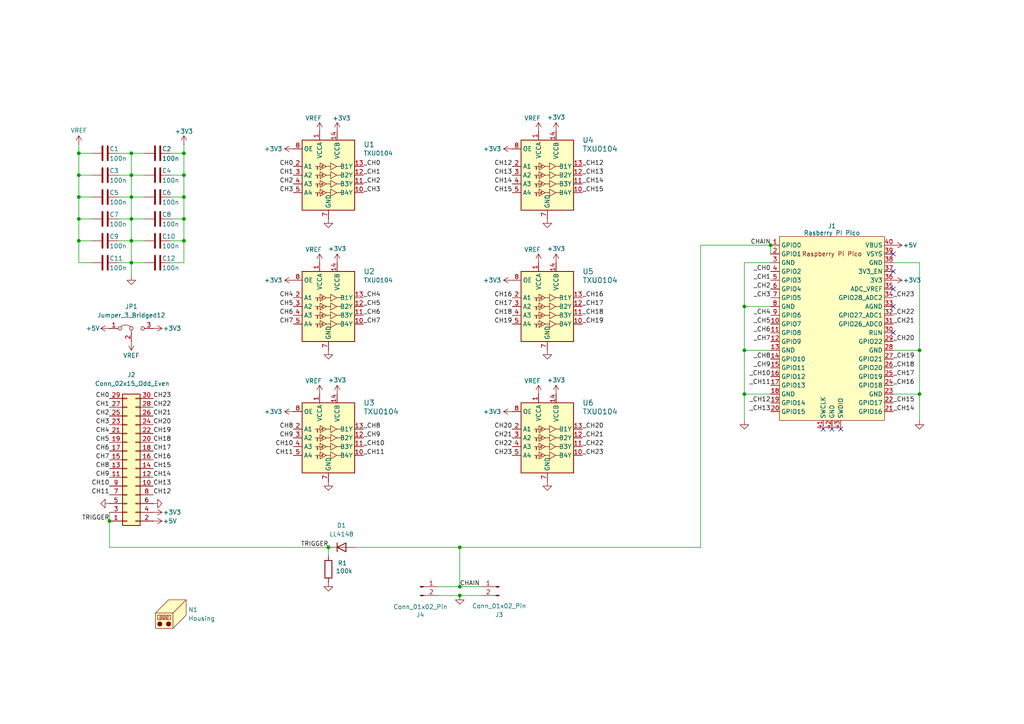
<source format=kicad_sch>
(kicad_sch (version 20231120) (generator "eeschema") (generator_version "8.0")
  (paper "A4")
  (title_block (title "peeko+") (date "2024-09-29") (rev "002") (comment 1 "github.com/bkw777/peeko"))
  (lib_symbols
    (symbol "000_LOCAL:Conn_01x02_Pin" (pin_names (offset 1.016) hide)
      (property "Reference" "J" (at 0 2.54 0))
      (property "Value" "Conn_01x02_Pin" (at 0 -5.08 0))
      (symbol "Conn_01x02_Pin_1_1"
        (polyline (pts (xy 1.27 -2.54) (xy 0.8636 -2.54)) (stroke (width 0.1524)))
        (polyline (pts (xy 1.27 0) (xy 0.8636 0)) (stroke (width 0.1524)))
        (rectangle (start 0.8636 -2.413) (end 0 -2.667) (stroke (width 0.1524)) (fill (type outline)))
        (rectangle (start 0.8636 0.127) (end 0 -0.127) (stroke (width 0.1524)) (fill (type outline)))
        (pin passive line (at 5.08 0 180) (length 3.81) (name "Pin_1") (number "1"))
        (pin passive line (at 5.08 -2.54 180) (length 3.81) (name "Pin_2") (number "2"))
      )
    )
    (symbol "000_LOCAL:Conn_02x15_Odd_Even" (pin_names (offset 1.016) hide)
      (property "Reference" "J" (at 1.27 20.32 0))
      (property "Value" "Conn_02x15_Odd_Even" (at 1.27 -20.32 0))
      (symbol "Conn_02x15_Odd_Even_1_1"
        (rectangle (start -1.27 -17.653) (end 0 -17.907) (stroke (width 0.1524)))
        (rectangle (start -1.27 -15.113) (end 0 -15.367) (stroke (width 0.1524)))
        (rectangle (start -1.27 -12.573) (end 0 -12.827) (stroke (width 0.1524)))
        (rectangle (start -1.27 -10.033) (end 0 -10.287) (stroke (width 0.1524)))
        (rectangle (start -1.27 -7.493) (end 0 -7.747) (stroke (width 0.1524)))
        (rectangle (start -1.27 -4.953) (end 0 -5.207) (stroke (width 0.1524)))
        (rectangle (start -1.27 -2.413) (end 0 -2.667) (stroke (width 0.1524)))
        (rectangle (start -1.27 0.127) (end 0 -0.127) (stroke (width 0.1524)))
        (rectangle (start -1.27 2.667) (end 0 2.413) (stroke (width 0.1524)))
        (rectangle (start -1.27 5.207) (end 0 4.953) (stroke (width 0.1524)))
        (rectangle (start -1.27 7.747) (end 0 7.493) (stroke (width 0.1524)))
        (rectangle (start -1.27 10.287) (end 0 10.033) (stroke (width 0.1524)))
        (rectangle (start -1.27 12.827) (end 0 12.573) (stroke (width 0.1524)))
        (rectangle (start -1.27 15.367) (end 0 15.113) (stroke (width 0.1524)))
        (rectangle (start -1.27 17.907) (end 0 17.653) (stroke (width 0.1524)))
        (rectangle (start -1.27 19.05) (end 3.81 -19.05) (stroke (width 0.254)) (fill (type background)))
        (rectangle (start 3.81 -17.653) (end 2.54 -17.907) (stroke (width 0.1524)))
        (rectangle (start 3.81 -15.113) (end 2.54 -15.367) (stroke (width 0.1524)))
        (rectangle (start 3.81 -12.573) (end 2.54 -12.827) (stroke (width 0.1524)))
        (rectangle (start 3.81 -10.033) (end 2.54 -10.287) (stroke (width 0.1524)))
        (rectangle (start 3.81 -7.493) (end 2.54 -7.747) (stroke (width 0.1524)))
        (rectangle (start 3.81 -4.953) (end 2.54 -5.207) (stroke (width 0.1524)))
        (rectangle (start 3.81 -2.413) (end 2.54 -2.667) (stroke (width 0.1524)))
        (rectangle (start 3.81 0.127) (end 2.54 -0.127) (stroke (width 0.1524)))
        (rectangle (start 3.81 2.667) (end 2.54 2.413) (stroke (width 0.1524)))
        (rectangle (start 3.81 5.207) (end 2.54 4.953) (stroke (width 0.1524)))
        (rectangle (start 3.81 7.747) (end 2.54 7.493) (stroke (width 0.1524)))
        (rectangle (start 3.81 10.287) (end 2.54 10.033) (stroke (width 0.1524)))
        (rectangle (start 3.81 12.827) (end 2.54 12.573) (stroke (width 0.1524)))
        (rectangle (start 3.81 15.367) (end 2.54 15.113) (stroke (width 0.1524)))
        (rectangle (start 3.81 17.907) (end 2.54 17.653) (stroke (width 0.1524)))
        (pin passive line (at -5.08 17.78 0) (length 3.81) (name "Pin_1") (number "1"))
        (pin passive line (at 7.62 7.62 180) (length 3.81) (name "Pin_10") (number "10"))
        (pin passive line (at -5.08 5.08 0) (length 3.81) (name "Pin_11") (number "11"))
        (pin passive line (at 7.62 5.08 180) (length 3.81) (name "Pin_12") (number "12"))
        (pin passive line (at -5.08 2.54 0) (length 3.81) (name "Pin_13") (number "13"))
        (pin passive line (at 7.62 2.54 180) (length 3.81) (name "Pin_14") (number "14"))
        (pin passive line (at -5.08 0 0) (length 3.81) (name "Pin_15") (number "15"))
        (pin passive line (at 7.62 0 180) (length 3.81) (name "Pin_16") (number "16"))
        (pin passive line (at -5.08 -2.54 0) (length 3.81) (name "Pin_17") (number "17"))
        (pin passive line (at 7.62 -2.54 180) (length 3.81) (name "Pin_18") (number "18"))
        (pin passive line (at -5.08 -5.08 0) (length 3.81) (name "Pin_19") (number "19"))
        (pin passive line (at 7.62 17.78 180) (length 3.81) (name "Pin_2") (number "2"))
        (pin passive line (at 7.62 -5.08 180) (length 3.81) (name "Pin_20") (number "20"))
        (pin passive line (at -5.08 -7.62 0) (length 3.81) (name "Pin_21") (number "21"))
        (pin passive line (at 7.62 -7.62 180) (length 3.81) (name "Pin_22") (number "22"))
        (pin passive line (at -5.08 -10.16 0) (length 3.81) (name "Pin_23") (number "23"))
        (pin passive line (at 7.62 -10.16 180) (length 3.81) (name "Pin_24") (number "24"))
        (pin passive line (at -5.08 -12.7 0) (length 3.81) (name "Pin_25") (number "25"))
        (pin passive line (at 7.62 -12.7 180) (length 3.81) (name "Pin_26") (number "26"))
        (pin passive line (at -5.08 -15.24 0) (length 3.81) (name "Pin_27") (number "27"))
        (pin passive line (at 7.62 -15.24 180) (length 3.81) (name "Pin_28") (number "28"))
        (pin passive line (at -5.08 -17.78 0) (length 3.81) (name "Pin_29") (number "29"))
        (pin passive line (at -5.08 15.24 0) (length 3.81) (name "Pin_3") (number "3"))
        (pin passive line (at 7.62 -17.78 180) (length 3.81) (name "Pin_30") (number "30"))
        (pin passive line (at 7.62 15.24 180) (length 3.81) (name "Pin_4") (number "4"))
        (pin passive line (at -5.08 12.7 0) (length 3.81) (name "Pin_5") (number "5"))
        (pin passive line (at 7.62 12.7 180) (length 3.81) (name "Pin_6") (number "6"))
        (pin passive line (at -5.08 10.16 0) (length 3.81) (name "Pin_7") (number "7"))
        (pin passive line (at 7.62 10.16 180) (length 3.81) (name "Pin_8") (number "8"))
        (pin passive line (at -5.08 7.62 0) (length 3.81) (name "Pin_9") (number "9"))
      )
    )
    (symbol "000_LOCAL:Housing" (pin_names (offset 1.016)) (exclude_from_sim yes)
      (property "Reference" "N" (at 3.81 0 0))
      (property "Value" "Housing" (at 3.81 -1.905 0))
      (symbol "Housing_0_1"
        (rectangle (start -5.08 -0.635) (end -1.27 -1.905))
        (circle (center -4.445 -3.175) (radius 0.635) (fill (type outline)))
        (circle (center -1.905 -3.175) (radius 0.635) (fill (type outline)))
        (polyline (pts (xy -4.5212 -1.5748) (xy -4.4704 -1.3716)))
        (polyline (pts (xy -4.4196 -1.6764) (xy -4.064 -1.6764)))
        (polyline (pts (xy -4.4196 -1.2192) (xy -4.3688 -0.9652)))
        (polyline (pts (xy -4.318 -1.3208) (xy -4.0132 -1.3208)))
        (polyline (pts (xy -4.2164 -0.9144) (xy -3.9116 -0.9144)))
        (polyline (pts (xy -3.9116 -1.6256) (xy -3.8608 -1.3716)))
        (polyline (pts (xy -3.81 -1.2192) (xy -3.7592 -0.9652)))
        (polyline (pts (xy -3.6068 -1.5748) (xy -3.556 -1.3716)))
        (polyline (pts (xy -3.5052 -1.6764) (xy -3.1496 -1.6764)))
        (polyline (pts (xy -3.5052 -1.2192) (xy -3.4544 -0.9652)))
        (polyline (pts (xy -3.4036 -1.3208) (xy -3.0988 -1.3208)))
        (polyline (pts (xy -3.302 -0.9144) (xy -2.9972 -0.9144)))
        (polyline (pts (xy -2.9972 -1.6256) (xy -2.9464 -1.3716)))
        (polyline (pts (xy -2.8956 -1.2192) (xy -2.8448 -0.9652)))
        (polyline (pts (xy -2.6924 -1.5748) (xy -2.6416 -1.3716)))
        (polyline (pts (xy -2.5908 -1.6764) (xy -2.2352 -1.6764)))
        (polyline (pts (xy -2.5908 -1.2192) (xy -2.54 -0.9652)))
        (polyline (pts (xy -2.4892 -1.3208) (xy -2.1844 -1.3208)))
        (polyline (pts (xy -2.3876 -0.9144) (xy -2.0828 -0.9144)))
        (polyline (pts (xy -2.0828 -1.6256) (xy -2.032 -1.3716)))
        (polyline (pts (xy -1.9812 -1.2192) (xy -1.9304 -0.9652)))
        (polyline (pts (xy -0.635 0) (xy -0.635 -4.445)))
        (polyline (pts (xy -5.715 0) (xy -0.635 0) (xy 3.175 3.81)))
        (polyline (pts (xy -5.715 0) (xy -5.715 -4.445) (xy -0.635 -4.445) (xy 3.175 -0.635) (xy 3.175 3.81) (xy -1.905 3.81) (xy -5.715 0)) (fill (type background)))
      )
    )
    (symbol "000_LOCAL:Jumper_3_Bridged12" (pin_names (offset 0) hide) (exclude_from_sim yes) (in_bom no)
      (property "Reference" "JP" (at -2.54 -2.54 0))
      (property "Value" "Jumper_3_Bridged12" (at 0 2.794 0))
      (symbol "Jumper_3_Bridged12_0_0"
        (circle (center -3.302 0) (radius 0.508))
        (circle (center 0 0) (radius 0.508))
        (circle (center 3.302 0) (radius 0.508))
      )
      (symbol "Jumper_3_Bridged12_0_1"
        (arc (start -0.254 0.508) (mid -1.651 0.9912) (end -3.048 0.508))
        (polyline (pts (xy 0 -1.27) (xy 0 -0.508)))
      )
      (symbol "Jumper_3_Bridged12_1_1"
        (pin passive line (at -6.35 0 0) (length 2.54) (name "A") (number "1"))
        (pin passive line (at 0 -3.81 90) (length 2.54) (name "C") (number "2"))
        (pin passive line (at 6.35 0 180) (length 2.54) (name "B") (number "3"))
      )
    )
    (symbol "000_LOCAL:LL4148" (pin_numbers hide) (pin_names hide)
      (property "Reference" "D" (at 0 2.54 0))
      (property "Value" "LL4148" (at 0 -2.54 0))
      (symbol "LL4148_0_1"
        (polyline (pts (xy -1.27 1.27) (xy -1.27 -1.27)) (stroke (width 0.254)))
        (polyline (pts (xy 1.27 0) (xy -1.27 0)))
        (polyline (pts (xy 1.27 1.27) (xy 1.27 -1.27) (xy -1.27 0) (xy 1.27 1.27)) (stroke (width 0.254)))
      )
      (symbol "LL4148_1_1"
        (pin passive line (at -3.81 0 0) (length 2.54) (name "K") (number "1"))
        (pin passive line (at 3.81 0 180) (length 2.54) (name "A") (number "2"))
      )
    )
    (symbol "000_LOCAL:TXU0104"
      (property "Reference" "U" (at -6.35 11.43 0))
      (property "Value" "TXU0104" (at 3.81 11.43 0))
      (symbol "TXU0104_0_1"
        (rectangle (start -7.62 10.16) (end 7.62 -10.16) (stroke (width 0.254)) (fill (type background)))
        (polyline (pts (xy -2.413 -5.08) (xy -3.81 -5.08)))
        (polyline (pts (xy -2.413 -2.54) (xy -3.81 -2.54)))
        (polyline (pts (xy -2.413 0) (xy -3.81 0)))
        (polyline (pts (xy -2.413 2.54) (xy -3.81 2.54)))
        (polyline (pts (xy -0.635 -5.08) (xy 0.635 -5.08)))
        (polyline (pts (xy -0.635 -2.54) (xy 0.635 -2.54)))
        (polyline (pts (xy -0.635 0) (xy 0.635 0)))
        (polyline (pts (xy -0.635 2.54) (xy 0.635 2.54)))
        (polyline (pts (xy 2.413 -5.08) (xy 3.81 -5.08)))
        (polyline (pts (xy 2.413 -2.54) (xy 3.81 -2.54)))
        (polyline (pts (xy 2.413 0) (xy 3.81 0)))
        (polyline (pts (xy 2.413 2.54) (xy 3.81 2.54)))
        (polyline (pts (xy -0.635 -5.08) (xy -2.413 -6.096) (xy -2.413 -4.064) (xy -0.635 -5.08)))
        (polyline (pts (xy -0.635 -2.54) (xy -2.413 -3.556) (xy -2.413 -1.524) (xy -0.635 -2.54)))
        (polyline (pts (xy -0.635 0) (xy -2.413 -1.016) (xy -2.413 1.016) (xy -0.635 0)))
        (polyline (pts (xy -0.635 2.54) (xy -2.413 1.524) (xy -2.413 3.556) (xy -0.635 2.54)))
        (polyline (pts (xy 2.413 -5.08) (xy 0.635 -6.096) (xy 0.635 -4.064) (xy 2.413 -5.08)))
        (polyline (pts (xy 2.413 -2.54) (xy 0.635 -3.556) (xy 0.635 -1.524) (xy 2.413 -2.54)))
        (polyline (pts (xy 2.413 0) (xy 0.635 -1.016) (xy 0.635 1.016) (xy 2.413 0)))
        (polyline (pts (xy 2.413 2.54) (xy 0.635 1.524) (xy 0.635 3.556) (xy 2.413 2.54)))
        (polyline (pts (xy -3.175 -5.08) (xy -3.175 -5.207) (xy -3.302 -5.334) (xy -3.048 -5.461) (xy -3.302 -5.588) (xy -3.048 -5.715) (xy -3.302 -5.842) (xy -3.175 -5.969) (xy -3.175 -6.096)))
        (polyline (pts (xy -3.175 -2.54) (xy -3.175 -2.667) (xy -3.302 -2.794) (xy -3.048 -2.921) (xy -3.302 -3.048) (xy -3.048 -3.175) (xy -3.302 -3.302) (xy -3.175 -3.429) (xy -3.175 -3.556)))
        (polyline (pts (xy -3.175 0) (xy -3.175 -0.127) (xy -3.302 -0.254) (xy -3.048 -0.381) (xy -3.302 -0.508) (xy -3.048 -0.635) (xy -3.302 -0.762) (xy -3.175 -0.889) (xy -3.175 -1.016)))
        (polyline (pts (xy -3.175 2.54) (xy -3.175 2.413) (xy -3.302 2.286) (xy -3.048 2.159) (xy -3.302 2.032) (xy -3.048 1.905) (xy -3.302 1.778) (xy -3.175 1.651) (xy -3.175 1.524)))
      )
      (symbol "TXU0104_1_1"
        (polyline (pts (xy -1.6764 -4.8514) (xy -1.4224 -4.8514)))
        (polyline (pts (xy -1.6764 -2.3114) (xy -1.4224 -2.3114)))
        (polyline (pts (xy -1.6764 0.2286) (xy -1.4224 0.2286)))
        (polyline (pts (xy -1.6764 2.7686) (xy -1.4224 2.7686)))
        (polyline (pts (xy -1.9304 -5.3594) (xy -1.9304 -4.8514) (xy -1.6764 -4.8514) (xy -1.6764 -5.3594) (xy -2.1844 -5.3594)))
        (polyline (pts (xy -1.9304 -2.8194) (xy -1.9304 -2.3114) (xy -1.6764 -2.3114) (xy -1.6764 -2.8194) (xy -2.1844 -2.8194)))
        (polyline (pts (xy -1.9304 -0.2794) (xy -1.9304 0.2286) (xy -1.6764 0.2286) (xy -1.6764 -0.2794) (xy -2.1844 -0.2794)))
        (polyline (pts (xy -1.9304 2.2606) (xy -1.9304 2.7686) (xy -1.6764 2.7686) (xy -1.6764 2.2606) (xy -2.1844 2.2606)))
        (pin power_in line (at -2.54 12.7 270) (length 2.54) (name "VCCA") (number "1"))
        (pin tri_state line (at 10.16 -5.08 180) (length 2.54) (name "B4Y") (number "10"))
        (pin tri_state line (at 10.16 -2.54 180) (length 2.54) (name "B3Y") (number "11"))
        (pin tri_state line (at 10.16 0 180) (length 2.54) (name "B2Y") (number "12"))
        (pin tri_state line (at 10.16 2.54 180) (length 2.54) (name "B1Y") (number "13"))
        (pin power_in line (at 2.54 12.7 270) (length 2.54) (name "VCCB") (number "14"))
        (pin input line (at -10.16 2.54 0) (length 2.54) (name "A1") (number "2"))
        (pin input line (at -10.16 0 0) (length 2.54) (name "A2") (number "3"))
        (pin input line (at -10.16 -2.54 0) (length 2.54) (name "A3") (number "4"))
        (pin input line (at -10.16 -5.08 0) (length 2.54) (name "A4") (number "5"))
        (pin no_connect line (at -7.62 -7.62 0) (length 2.54) hide (name "NC") (number "6"))
        (pin power_in line (at 0 -12.7 90) (length 2.54) (name "GND") (number "7"))
        (pin input line (at -10.16 7.62 0) (length 2.54) (name "OE") (number "8"))
        (pin no_connect line (at 7.62 -7.62 180) (length 2.54) hide (name "NC") (number "9"))
      )
    )
    (symbol "Device:C" (pin_numbers hide) (pin_names (offset 0.254))
      (property "Reference" "C" (at 0.635 2.54 0))
      (property "Value" "C" (at 0.635 -2.54 0))
      (symbol "C_0_1"
        (polyline (pts (xy -2.032 -0.762) (xy 2.032 -0.762)) (stroke (width 0.508)))
        (polyline (pts (xy -2.032 0.762) (xy 2.032 0.762)) (stroke (width 0.508)))
      )
      (symbol "C_1_1"
        (pin passive line (at 0 3.81 270) (length 2.794) (name "~") (number "1"))
        (pin passive line (at 0 -3.81 90) (length 2.794) (name "~") (number "2"))
      )
    )
    (symbol "Device:R" (pin_numbers hide) (pin_names (offset 0))
      (property "Reference" "R" (at 2.032 0 90))
      (property "Value" "R" (at 0 0 90))
      (symbol "R_0_1"
        (rectangle (start -1.016 -2.54) (end 1.016 2.54) (stroke (width 0.254)))
      )
      (symbol "R_1_1"
        (pin passive line (at 0 3.81 270) (length 1.27) (name "~") (number "1"))
        (pin passive line (at 0 -3.81 90) (length 1.27) (name "~") (number "2"))
      )
    )
    (symbol "MCU_RaspberryPi_and_Boards:Pico"
      (property "Reference" "U" (at -13.97 27.94 0))
      (property "Value" "Pico" (at 0 19.05 0))
      (symbol "Pico_0_0"
        (text "Raspberry Pi Pico" (at 0 21.59 0) (effects (font (size 1.27 1.27))))
      )
      (symbol "Pico_0_1"
        (rectangle (start -15.24 26.67) (end 15.24 -26.67) (fill (type background)))
      )
      (symbol "Pico_1_1"
        (pin bidirectional line (at -17.78 24.13 0) (length 2.54) (name "GPIO0") (number "1"))
        (pin bidirectional line (at -17.78 1.27 0) (length 2.54) (name "GPIO7") (number "10"))
        (pin bidirectional line (at -17.78 -1.27 0) (length 2.54) (name "GPIO8") (number "11"))
        (pin bidirectional line (at -17.78 -3.81 0) (length 2.54) (name "GPIO9") (number "12"))
        (pin power_in line (at -17.78 -6.35 0) (length 2.54) (name "GND") (number "13"))
        (pin bidirectional line (at -17.78 -8.89 0) (length 2.54) (name "GPIO10") (number "14"))
        (pin bidirectional line (at -17.78 -11.43 0) (length 2.54) (name "GPIO11") (number "15"))
        (pin bidirectional line (at -17.78 -13.97 0) (length 2.54) (name "GPIO12") (number "16"))
        (pin bidirectional line (at -17.78 -16.51 0) (length 2.54) (name "GPIO13") (number "17"))
        (pin power_in line (at -17.78 -19.05 0) (length 2.54) (name "GND") (number "18"))
        (pin bidirectional line (at -17.78 -21.59 0) (length 2.54) (name "GPIO14") (number "19"))
        (pin bidirectional line (at -17.78 21.59 0) (length 2.54) (name "GPIO1") (number "2"))
        (pin bidirectional line (at -17.78 -24.13 0) (length 2.54) (name "GPIO15") (number "20"))
        (pin bidirectional line (at 17.78 -24.13 180) (length 2.54) (name "GPIO16") (number "21"))
        (pin bidirectional line (at 17.78 -21.59 180) (length 2.54) (name "GPIO17") (number "22"))
        (pin power_in line (at 17.78 -19.05 180) (length 2.54) (name "GND") (number "23"))
        (pin bidirectional line (at 17.78 -16.51 180) (length 2.54) (name "GPIO18") (number "24"))
        (pin bidirectional line (at 17.78 -13.97 180) (length 2.54) (name "GPIO19") (number "25"))
        (pin bidirectional line (at 17.78 -11.43 180) (length 2.54) (name "GPIO20") (number "26"))
        (pin bidirectional line (at 17.78 -8.89 180) (length 2.54) (name "GPIO21") (number "27"))
        (pin power_in line (at 17.78 -6.35 180) (length 2.54) (name "GND") (number "28"))
        (pin bidirectional line (at 17.78 -3.81 180) (length 2.54) (name "GPIO22") (number "29"))
        (pin power_in line (at -17.78 19.05 0) (length 2.54) (name "GND") (number "3"))
        (pin input line (at 17.78 -1.27 180) (length 2.54) (name "RUN") (number "30"))
        (pin bidirectional line (at 17.78 1.27 180) (length 2.54) (name "GPIO26_ADC0") (number "31"))
        (pin bidirectional line (at 17.78 3.81 180) (length 2.54) (name "GPIO27_ADC1") (number "32"))
        (pin power_in line (at 17.78 6.35 180) (length 2.54) (name "AGND") (number "33"))
        (pin bidirectional line (at 17.78 8.89 180) (length 2.54) (name "GPIO28_ADC2") (number "34"))
        (pin power_in line (at 17.78 11.43 180) (length 2.54) (name "ADC_VREF") (number "35"))
        (pin power_in line (at 17.78 13.97 180) (length 2.54) (name "3V3") (number "36"))
        (pin input line (at 17.78 16.51 180) (length 2.54) (name "3V3_EN") (number "37"))
        (pin bidirectional line (at 17.78 19.05 180) (length 2.54) (name "GND") (number "38"))
        (pin power_in line (at 17.78 21.59 180) (length 2.54) (name "VSYS") (number "39"))
        (pin bidirectional line (at -17.78 16.51 0) (length 2.54) (name "GPIO2") (number "4"))
        (pin power_in line (at 17.78 24.13 180) (length 2.54) (name "VBUS") (number "40"))
        (pin input line (at -2.54 -29.21 90) (length 2.54) (name "SWCLK") (number "41"))
        (pin power_in line (at 0 -29.21 90) (length 2.54) (name "GND") (number "42"))
        (pin bidirectional line (at 2.54 -29.21 90) (length 2.54) (name "SWDIO") (number "43"))
        (pin bidirectional line (at -17.78 13.97 0) (length 2.54) (name "GPIO3") (number "5"))
        (pin bidirectional line (at -17.78 11.43 0) (length 2.54) (name "GPIO4") (number "6"))
        (pin bidirectional line (at -17.78 8.89 0) (length 2.54) (name "GPIO5") (number "7"))
        (pin power_in line (at -17.78 6.35 0) (length 2.54) (name "GND") (number "8"))
        (pin bidirectional line (at -17.78 3.81 0) (length 2.54) (name "GPIO6") (number "9"))
      )
    )
    (symbol "power:+3V3" (power) (pin_numbers hide) (pin_names (offset 0) hide)
      (property "Value" "+3V3" (at 0 3.556 0))
      (symbol "+3V3_0_1"
        (polyline (pts (xy -0.762 1.27) (xy 0 2.54)))
        (polyline (pts (xy 0 0) (xy 0 2.54)))
        (polyline (pts (xy 0 2.54) (xy 0.762 1.27)))
      )
      (symbol "+3V3_1_1"
        (pin power_in line (at 0 0 90) (length 0) (name "~") (number "1"))
      )
    )
    (symbol "power:+5V" (power) (pin_numbers hide) (pin_names (offset 0) hide)
      (property "Value" "+5V" (at 0 3.556 0))
      (symbol "+5V_0_1"
        (polyline (pts (xy -0.762 1.27) (xy 0 2.54)))
        (polyline (pts (xy 0 0) (xy 0 2.54)))
        (polyline (pts (xy 0 2.54) (xy 0.762 1.27)))
      )
      (symbol "+5V_1_1"
        (pin power_in line (at 0 0 90) (length 0) (name "~") (number "1"))
      )
    )
    (symbol "power:GND" (power) (pin_numbers hide) (pin_names (offset 0) hide)
      (property "Value" "GND" (at 0 -3.81 0))
      (symbol "GND_0_1"
        (polyline (pts (xy 0 0) (xy 0 -1.27) (xy 1.27 -1.27) (xy 0 -2.54) (xy -1.27 -1.27) (xy 0 -1.27)))
      )
      (symbol "GND_1_1"
        (pin power_in line (at 0 0 270) (length 0) (name "~") (number "1"))
      )
    )
    (symbol "power:VBUS" (power) (pin_numbers hide) (pin_names (offset 0) hide)
      (property "Value" "VBUS" (at 0 3.556 0))
      (symbol "VBUS_0_1"
        (polyline (pts (xy -0.762 1.27) (xy 0 2.54)))
        (polyline (pts (xy 0 0) (xy 0 2.54)))
        (polyline (pts (xy 0 2.54) (xy 0.762 1.27)))
      )
      (symbol "VBUS_1_1"
        (pin power_in line (at 0 0 90) (length 0) (name "~") (number "1"))
      )
    )
  )
  (junction (at 38.1 69.85))
  (junction (at 53.34 50.8))
  (junction (at 31.75 151.13))
  (junction (at 53.34 69.85))
  (junction (at 133.35 158.75))
  (junction (at 22.86 57.15))
  (junction (at 133.35 170.18))
  (junction (at 22.86 44.45))
  (junction (at 215.9 101.6))
  (junction (at 22.86 63.5))
  (junction (at 223.52 71.12))
  (junction (at 266.7 114.3))
  (junction (at 95.25 158.75))
  (junction (at 53.34 57.15))
  (junction (at 53.34 63.5))
  (junction (at 38.1 63.5))
  (junction (at 38.1 44.45))
  (junction (at 38.1 76.2))
  (junction (at 215.9 114.3))
  (junction (at 38.1 50.8))
  (junction (at 215.9 88.9))
  (junction (at 38.1 57.15))
  (junction (at 53.34 44.45))
  (junction (at 266.7 101.6))
  (junction (at 22.86 69.85))
  (junction (at 133.35 172.72))
  (junction (at 22.86 50.8))
  (no_connect (at 259.08 96.52))
  (no_connect (at 259.08 73.66))
  (no_connect (at 259.08 78.74))
  (no_connect (at 259.08 83.82))
  (no_connect (at 259.08 88.9))
  (no_connect (at 243.84 124.46))
  (no_connect (at 241.3 124.46))
  (no_connect (at 238.76 124.46))
  (wire (pts (xy 22.86 50.8) (xy 22.86 57.15)))
  (wire (pts (xy 38.1 44.45) (xy 38.1 50.8)))
  (wire (pts (xy 53.34 41.91) (xy 53.34 44.45)))
  (wire (pts (xy 38.1 69.85) (xy 38.1 76.2)))
  (wire (pts (xy 38.1 44.45) (xy 41.91 44.45)))
  (wire (pts (xy 38.1 50.8) (xy 38.1 57.15)))
  (wire (pts (xy 53.34 69.85) (xy 53.34 76.2)))
  (wire (pts (xy 53.34 63.5) (xy 53.34 69.85)))
  (wire (pts (xy 215.9 76.2) (xy 215.9 88.9)))
  (wire (pts (xy 22.86 44.45) (xy 26.67 44.45)))
  (wire (pts (xy 22.86 63.5) (xy 26.67 63.5)))
  (wire (pts (xy 31.75 151.13) (xy 31.75 158.75)))
  (wire (pts (xy 127 170.18) (xy 133.35 170.18)))
  (wire (pts (xy 22.86 44.45) (xy 22.86 50.8)))
  (wire (pts (xy 133.35 170.18) (xy 139.7 170.18)))
  (wire (pts (xy 215.9 88.9) (xy 223.52 88.9)))
  (wire (pts (xy 215.9 101.6) (xy 215.9 114.3)))
  (wire (pts (xy 133.35 158.75) (xy 203.2 158.75)))
  (wire (pts (xy 49.53 76.2) (xy 53.34 76.2)))
  (wire (pts (xy 95.25 158.75) (xy 95.25 161.29)))
  (wire (pts (xy 223.52 71.12) (xy 223.52 73.66)))
  (wire (pts (xy 22.86 41.91) (xy 22.86 44.45)))
  (wire (pts (xy 22.86 76.2) (xy 26.67 76.2)))
  (wire (pts (xy 22.86 69.85) (xy 22.86 76.2)))
  (wire (pts (xy 22.86 63.5) (xy 22.86 69.85)))
  (wire (pts (xy 215.9 101.6) (xy 223.52 101.6)))
  (wire (pts (xy 31.75 148.59) (xy 31.75 151.13)))
  (wire (pts (xy 259.08 76.2) (xy 266.7 76.2)))
  (wire (pts (xy 133.35 158.75) (xy 133.35 170.18)))
  (wire (pts (xy 34.29 63.5) (xy 38.1 63.5)))
  (wire (pts (xy 215.9 121.92) (xy 215.9 114.3)))
  (wire (pts (xy 38.1 80.01) (xy 38.1 76.2)))
  (wire (pts (xy 266.7 76.2) (xy 266.7 101.6)))
  (wire (pts (xy 34.29 57.15) (xy 38.1 57.15)))
  (wire (pts (xy 38.1 76.2) (xy 41.91 76.2)))
  (wire (pts (xy 266.7 101.6) (xy 266.7 114.3)))
  (wire (pts (xy 22.86 57.15) (xy 26.67 57.15)))
  (wire (pts (xy 34.29 76.2) (xy 38.1 76.2)))
  (wire (pts (xy 34.29 44.45) (xy 38.1 44.45)))
  (wire (pts (xy 38.1 69.85) (xy 41.91 69.85)))
  (wire (pts (xy 38.1 57.15) (xy 41.91 57.15)))
  (wire (pts (xy 34.29 69.85) (xy 38.1 69.85)))
  (wire (pts (xy 133.35 172.72) (xy 139.7 172.72)))
  (wire (pts (xy 102.87 158.75) (xy 133.35 158.75)))
  (wire (pts (xy 53.34 44.45) (xy 53.34 50.8)))
  (wire (pts (xy 38.1 63.5) (xy 41.91 63.5)))
  (wire (pts (xy 215.9 76.2) (xy 223.52 76.2)))
  (wire (pts (xy 22.86 69.85) (xy 26.67 69.85)))
  (wire (pts (xy 215.9 88.9) (xy 215.9 101.6)))
  (wire (pts (xy 259.08 101.6) (xy 266.7 101.6)))
  (wire (pts (xy 49.53 69.85) (xy 53.34 69.85)))
  (wire (pts (xy 22.86 50.8) (xy 26.67 50.8)))
  (wire (pts (xy 38.1 57.15) (xy 38.1 63.5)))
  (wire (pts (xy 259.08 114.3) (xy 266.7 114.3)))
  (wire (pts (xy 38.1 63.5) (xy 38.1 69.85)))
  (wire (pts (xy 127 172.72) (xy 133.35 172.72)))
  (wire (pts (xy 49.53 57.15) (xy 53.34 57.15)))
  (wire (pts (xy 31.75 158.75) (xy 95.25 158.75)))
  (wire (pts (xy 49.53 44.45) (xy 53.34 44.45)))
  (wire (pts (xy 266.7 121.92) (xy 266.7 114.3)))
  (wire (pts (xy 49.53 63.5) (xy 53.34 63.5)))
  (wire (pts (xy 203.2 71.12) (xy 223.52 71.12)))
  (wire (pts (xy 38.1 50.8) (xy 41.91 50.8)))
  (wire (pts (xy 53.34 57.15) (xy 53.34 63.5)))
  (wire (pts (xy 203.2 71.12) (xy 203.2 158.75)))
  (wire (pts (xy 34.29 50.8) (xy 38.1 50.8)))
  (wire (pts (xy 215.9 114.3) (xy 223.52 114.3)))
  (wire (pts (xy 53.34 50.8) (xy 53.34 57.15)))
  (wire (pts (xy 49.53 50.8) (xy 53.34 50.8)))
  (wire (pts (xy 22.86 57.15) (xy 22.86 63.5)))
  (label "CH17" (at 148.59 88.9 180))
  (label "_CH2" (at 105.41 53.34 0))
  (label "CH6" (at 31.75 130.81 180))
  (label "_CH22" (at 168.91 129.54 0))
  (label "CH7" (at 85.09 93.98 180))
  (label "_CH8" (at 223.52 104.14 180))
  (label "_CH19" (at 259.08 104.14 0))
  (label "CH7" (at 31.75 133.35 180))
  (label "CH17" (at 44.45 130.81 0))
  (label "CH20" (at 44.45 123.19 0))
  (label "CH18" (at 148.59 91.44 180))
  (label "CH2" (at 31.75 120.65 180))
  (label "_CH4" (at 105.41 86.36 0))
  (label "_CH18" (at 259.08 106.68 0))
  (label "_CH7" (at 223.52 99.06 180))
  (label "_CH13" (at 168.91 50.8 0))
  (label "TRIGGER" (at 95.25 158.75 180))
  (label "CH4" (at 31.75 125.73 180))
  (label "_CH8" (at 105.41 124.46 0))
  (label "CH8" (at 85.09 124.46 180))
  (label "_CH6" (at 223.52 96.52 180))
  (label "CH9" (at 85.09 127 180))
  (label "CH3" (at 31.75 123.19 180))
  (label "CH20" (at 148.59 124.46 180))
  (label "_CH17" (at 168.91 88.9 0))
  (label "_CH9" (at 223.52 106.68 180))
  (label "CHAIN" (at 223.52 71.12 180))
  (label "CH18" (at 44.45 128.27 0))
  (label "CH23" (at 44.45 115.57 0))
  (label "CH14" (at 44.45 138.43 0))
  (label "CH11" (at 31.75 143.51 180))
  (label "_CH14" (at 259.08 119.38 0))
  (label "CH13" (at 148.59 50.8 180))
  (label "CHAIN" (at 133.35 170.18 0))
  (label "_CH14" (at 168.91 53.34 0))
  (label "_CH12" (at 168.91 48.26 0))
  (label "_CH3" (at 105.41 55.88 0))
  (label "_CH3" (at 223.52 86.36 180))
  (label "CH14" (at 148.59 53.34 180))
  (label "_CH16" (at 259.08 111.76 0))
  (label "CH16" (at 148.59 86.36 180))
  (label "CH6" (at 85.09 91.44 180))
  (label "_CH23" (at 168.91 132.08 0))
  (label "CH16" (at 44.45 133.35 0))
  (label "_CH1" (at 223.52 81.28 180))
  (label "CH22" (at 44.45 118.11 0))
  (label "CH3" (at 85.09 55.88 180))
  (label "CH19" (at 148.59 93.98 180))
  (label "_CH15" (at 259.08 116.84 0))
  (label "CH4" (at 85.09 86.36 180))
  (label "TRIGGER" (at 31.75 151.13 180))
  (label "CH15" (at 148.59 55.88 180))
  (label "CH12" (at 44.45 143.51 0))
  (label "_CH21" (at 168.91 127 0))
  (label "CH5" (at 85.09 88.9 180))
  (label "CH19" (at 44.45 125.73 0))
  (label "_CH11" (at 223.52 111.76 180))
  (label "_CH18" (at 168.91 91.44 0))
  (label "CH9" (at 31.75 138.43 180))
  (label "CH8" (at 31.75 135.89 180))
  (label "_CH4" (at 223.52 91.44 180))
  (label "CH21" (at 44.45 120.65 0))
  (label "_CH16" (at 168.91 86.36 0))
  (label "_CH10" (at 105.41 129.54 0))
  (label "_CH7" (at 105.41 93.98 0))
  (label "CH0" (at 85.09 48.26 180))
  (label "CH0" (at 31.75 115.57 180))
  (label "CH21" (at 148.59 127 180))
  (label "_CH0" (at 105.41 48.26 0))
  (label "_CH11" (at 105.41 132.08 0))
  (label "CH5" (at 31.75 128.27 180))
  (label "CH10" (at 85.09 129.54 180))
  (label "_CH22" (at 259.08 91.44 0))
  (label "_CH21" (at 259.08 93.98 0))
  (label "_CH0" (at 223.52 78.74 180))
  (label "_CH12" (at 223.52 116.84 180))
  (label "_CH15" (at 168.91 55.88 0))
  (label "CH10" (at 31.75 140.97 180))
  (label "CH23" (at 148.59 132.08 180))
  (label "CH12" (at 148.59 48.26 180))
  (label "CH13" (at 44.45 140.97 0))
  (label "_CH9" (at 105.41 127 0))
  (label "_CH2" (at 223.52 83.82 180))
  (label "CH1" (at 31.75 118.11 180))
  (label "_CH6" (at 105.41 91.44 0))
  (label "_CH10" (at 223.52 109.22 180))
  (label "_CH19" (at 168.91 93.98 0))
  (label "_CH13" (at 223.52 119.38 180))
  (label "_CH20" (at 259.08 99.06 0))
  (label "CH1" (at 85.09 50.8 180))
  (label "CH15" (at 44.45 135.89 0))
  (label "CH2" (at 85.09 53.34 180))
  (label "_CH5" (at 223.52 93.98 180))
  (label "_CH1" (at 105.41 50.8 0))
  (label "_CH5" (at 105.41 88.9 0))
  (label "CH22" (at 148.59 129.54 180))
  (label "_CH17" (at 259.08 109.22 0))
  (label "_CH23" (at 259.08 86.36 0))
  (label "CH11" (at 85.09 132.08 180))
  (label "_CH20" (at 168.91 124.46 0))
  (symbol (lib_id "000_LOCAL:TXU0104") (at 95.25 88.9 0) (unit 1)
    (property "Reference" "U2" (at 105.41 78.74 0) (effects (font (size 1.524 1.524)) (justify left)))
    (property "Value" "TXU0104" (at 105.41 81.28 0) (effects (justify left)))
    (property "Footprint" "000_LOCAL:TSSOP-14_4.4x5mm_P0.65mm" (effects (hide yes)))
    (property "Datasheet" "datasheets/txu0104.pdf" (effects (hide yes)))
    (property "Description" "4-Bit Unidirectional Voltage-Level Translator, Schmitt trigger input, tri-state output, 1.1v to 5.5v, vTSSOP-14" (effects (hide yes)))
  )
  (symbol (lib_id "Device:C") (at 45.72 69.85 270) (unit 1)
    (property "Reference" "C10" (at 46.99 68.58 90) (effects (justify left)))
    (property "Value" "100n" (at 46.99 71.374 90) (effects (justify left)))
    (property "Footprint" "000_LOCAL:C_0805" (effects (hide yes)))
  )
  (symbol (lib_id "power:VBUS") (at 92.71 76.2 0) (unit 1)
    (property "Reference" "#PWR015" (effects (hide yes)))
    (property "Value" "VREF" (at 90.932 72.39 0))
  )
  (symbol (lib_id "power:GND") (at 158.75 63.5 0) (unit 1)
    (property "Reference" "#PWR029" (effects (hide yes)))
    (property "Value" "GND" (effects (hide yes)))
    (property "Description" "Power symbol creates a global label with name \"GND\" , ground" (effects (hide yes)))
  )
  (symbol (lib_id "power:+3V3") (at 148.59 119.38 90) (unit 1)
    (property "Reference" "#PWR025" (effects (hide yes)))
    (property "Value" "+3V3" (at 142.748 119.38 90))
    (property "Description" "Power symbol creates a global label with name \"+3V3\"" (effects (hide yes)))
  )
  (symbol (lib_id "MCU_RaspberryPi_and_Boards:Pico") (at 241.3 95.25 0) (unit 1)
    (property "Reference" "J1" (at 241.3 65.532 0))
    (property "Value" "Rasberry PI Pico" (at 241.3 67.564 0))
    (property "Footprint" "000_LOCAL:dip-40-700-pi-pico" (effects (hide yes)))
  )
  (symbol (lib_id "power:GND") (at 266.7 121.92 0) (unit 1)
    (property "Reference" "#PWR011" (effects (hide yes)))
    (property "Value" "GND" (effects (hide yes)))
    (property "Description" "Power symbol creates a global label with name \"GND\" , ground" (effects (hide yes)))
  )
  (symbol (lib_id "Device:C") (at 30.48 63.5 270) (unit 1)
    (property "Reference" "C7" (at 31.75 62.23 90) (effects (justify left)))
    (property "Value" "100n" (at 31.75 65.024 90) (effects (justify left)))
    (property "Footprint" "000_LOCAL:C_0805" (effects (hide yes)))
  )
  (symbol (lib_id "power:+3V3") (at 44.45 95.25 270) (unit 1)
    (property "Reference" "#PWR06" (effects (hide yes)))
    (property "Value" "+3V3" (at 47.244 95.25 90) (effects (justify left)))
    (property "Description" "Power symbol creates a global label with name \"+3V3\"" (effects (hide yes)))
  )
  (symbol (lib_id "power:VBUS") (at 92.71 38.1 0) (unit 1)
    (property "Reference" "#PWR012" (effects (hide yes)))
    (property "Value" "VREF" (at 90.932 34.29 0))
  )
  (symbol (lib_id "power:+5V") (at 259.08 71.12 270) (unit 1)
    (property "Reference" "#PWR014" (effects (hide yes)))
    (property "Value" "+5V" (at 261.874 71.12 90) (effects (justify left)))
    (property "Description" "Power symbol creates a global label with name \"+5V\"" (effects (hide yes)))
  )
  (symbol (lib_id "power:+3V3") (at 85.09 81.28 90) (unit 1)
    (property "Reference" "#PWR09" (effects (hide yes)))
    (property "Value" "+3V3" (at 79.248 81.28 90))
    (property "Description" "Power symbol creates a global label with name \"+3V3\"" (effects (hide yes)))
  )
  (symbol (lib_id "Device:C") (at 45.72 76.2 270) (unit 1)
    (property "Reference" "C12" (at 46.99 74.93 90) (effects (justify left)))
    (property "Value" "100n" (at 46.99 77.724 90) (effects (justify left)))
    (property "Footprint" "000_LOCAL:C_0805" (effects (hide yes)))
  )
  (symbol (lib_id "power:GND") (at 31.75 146.05 270) (unit 1)
    (property "Reference" "#PWR02" (effects (hide yes)))
    (property "Value" "GND" (effects (hide yes)))
    (property "Description" "Power symbol creates a global label with name \"GND\" , ground" (effects (hide yes)))
  )
  (symbol (lib_id "power:VBUS") (at 92.71 114.3 0) (unit 1)
    (property "Reference" "#PWR016" (effects (hide yes)))
    (property "Value" "VREF" (at 90.932 110.49 0))
  )
  (symbol (lib_id "power:GND") (at 95.25 101.6 0) (unit 1)
    (property "Reference" "#PWR018" (effects (hide yes)))
    (property "Value" "GND" (effects (hide yes)))
    (property "Description" "Power symbol creates a global label with name \"GND\" , ground" (effects (hide yes)))
  )
  (symbol (lib_id "power:+3V3") (at 97.79 114.3 0) (unit 1)
    (property "Reference" "#PWR022" (effects (hide yes)))
    (property "Value" "+3V3" (at 97.79 110.236 0))
    (property "Description" "Power symbol creates a global label with name \"+3V3\"" (effects (hide yes)))
  )
  (symbol (lib_id "power:+3V3") (at 148.59 81.28 90) (unit 1)
    (property "Reference" "#PWR024" (effects (hide yes)))
    (property "Value" "+3V3" (at 142.748 81.28 90))
    (property "Description" "Power symbol creates a global label with name \"+3V3\"" (effects (hide yes)))
  )
  (symbol (lib_id "power:+3V3") (at 53.34 41.91 0) (unit 1)
    (property "Reference" "#PWR039" (effects (hide yes)))
    (property "Value" "+3V3" (at 53.34 38.1 0))
    (property "Description" "Power symbol creates a global label with name \"+3V3\"" (effects (hide yes)))
  )
  (symbol (lib_id "000_LOCAL:TXU0104") (at 95.25 127 0) (unit 1)
    (property "Reference" "U3" (at 105.41 116.84 0) (effects (font (size 1.524 1.524)) (justify left)))
    (property "Value" "TXU0104" (at 105.41 119.38 0) (effects (font (size 1.524 1.524)) (justify left)))
    (property "Footprint" "000_LOCAL:TSSOP-14_4.4x5mm_P0.65mm" (effects (hide yes)))
    (property "Datasheet" "datasheets/txu0104.pdf" (effects (hide yes)))
    (property "Description" "4-Bit Unidirectional Voltage-Level Translator, Schmitt trigger input, tri-state output, 1.1v to 5.5v, vTSSOP-14" (effects (hide yes)))
  )
  (symbol (lib_id "000_LOCAL:Conn_01x02_Pin") (at 144.78 170.18 0) (mirror y) (unit 1)
    (property "Reference" "J3" (at 144.78 178.308 0))
    (property "Value" "Conn_01x02_Pin" (at 144.78 175.768 0))
    (property "Footprint" "000_LOCAL:PinHeader_1x02_P2.54mm_Horizontal" (effects (hide yes)))
    (property "Description" "Generic connector, single row, 01x02, script generated" (effects (hide yes)))
  )
  (symbol (lib_id "000_LOCAL:TXU0104") (at 158.75 88.9 0) (unit 1)
    (property "Reference" "U5" (at 168.91 78.74 0) (effects (font (size 1.524 1.524)) (justify left)))
    (property "Value" "TXU0104" (at 168.91 81.28 0) (effects (font (size 1.524 1.524)) (justify left)))
    (property "Footprint" "000_LOCAL:TSSOP-14_4.4x5mm_P0.65mm" (effects (hide yes)))
    (property "Datasheet" "datasheets/txu0104.pdf" (effects (hide yes)))
    (property "Description" "4-Bit Unidirectional Voltage-Level Translator, Schmitt trigger input, tri-state output, 1.1v to 5.5v, vTSSOP-14" (effects (hide yes)))
  )
  (symbol (lib_id "power:+3V3") (at 44.45 148.59 270) (unit 1)
    (property "Reference" "#PWR040" (effects (hide yes)))
    (property "Value" "+3V3" (at 47.244 148.59 90) (effects (justify left)))
    (property "Description" "Power symbol creates a global label with name \"+3V3\"" (effects (hide yes)))
  )
  (symbol (lib_id "power:VBUS") (at 22.86 41.91 0) (unit 1)
    (property "Reference" "#PWR037" (effects (hide yes)))
    (property "Value" "VREF" (at 22.86 37.846 0))
  )
  (symbol (lib_id "power:+5V") (at 44.45 151.13 270) (unit 1)
    (property "Reference" "#PWR035" (effects (hide yes)))
    (property "Value" "+5V" (at 47.244 151.13 90) (effects (justify left)))
    (property "Description" "Power symbol creates a global label with name \"+5V\"" (effects (hide yes)))
  )
  (symbol (lib_id "power:+5V") (at 31.75 95.25 90) (unit 1)
    (property "Reference" "#PWR036" (effects (hide yes)))
    (property "Value" "+5V" (at 28.956 95.25 90) (effects (justify left)))
    (property "Description" "Power symbol creates a global label with name \"+5V\"" (effects (hide yes)))
  )
  (symbol (lib_id "power:+3V3") (at 97.79 38.1 0) (unit 1)
    (property "Reference" "#PWR020" (effects (hide yes)))
    (property "Value" "+3V3" (at 99.06 34.29 0))
    (property "Description" "Power symbol creates a global label with name \"+3V3\"" (effects (hide yes)))
  )
  (symbol (lib_id "power:GND") (at 95.25 168.91 0) (unit 1)
    (property "Reference" "#PWR01" (effects (hide yes)))
    (property "Value" "GND" (effects (hide yes)))
    (property "Description" "Power symbol creates a global label with name \"GND\" , ground" (effects (hide yes)))
  )
  (symbol (lib_id "power:+3V3") (at 259.08 81.28 270) (unit 1)
    (property "Reference" "#PWR013" (effects (hide yes)))
    (property "Value" "+3V3" (at 261.874 81.28 90) (effects (justify left)))
    (property "Description" "Power symbol creates a global label with name \"+3V3\"" (effects (hide yes)))
  )
  (symbol (lib_id "000_LOCAL:Housing") (at 50.8 177.8 0) (unit 1) (exclude_from_sim yes)
    (property "Reference" "N1" (at 54.61 176.8474 0) (effects (justify left)))
    (property "Value" "Housing" (at 54.61 179.3874 0) (effects (justify left)))
    (property "Footprint" "000_LOCAL:peeko+_housing" (effects (hide yes)))
    (property "Description" "Housing" (effects (hide yes)))
  )
  (symbol (lib_id "power:+3V3") (at 161.29 38.1 0) (unit 1)
    (property "Reference" "#PWR032" (effects (hide yes)))
    (property "Value" "+3V3" (at 161.29 34.036 0))
    (property "Description" "Power symbol creates a global label with name \"+3V3\"" (effects (hide yes)))
  )
  (symbol (lib_id "Device:C") (at 45.72 63.5 270) (unit 1)
    (property "Reference" "C8" (at 46.99 62.23 90) (effects (justify left)))
    (property "Value" "100n" (at 46.99 65.024 90) (effects (justify left)))
    (property "Footprint" "000_LOCAL:C_0805" (effects (hide yes)))
  )
  (symbol (lib_id "power:GND") (at 95.25 63.5 0) (unit 1)
    (property "Reference" "#PWR017" (effects (hide yes)))
    (property "Value" "GND" (effects (hide yes)))
    (property "Description" "Power symbol creates a global label with name \"GND\" , ground" (effects (hide yes)))
  )
  (symbol (lib_id "power:+3V3") (at 85.09 119.38 90) (unit 1)
    (property "Reference" "#PWR010" (effects (hide yes)))
    (property "Value" "+3V3" (at 79.248 119.38 90))
    (property "Description" "Power symbol creates a global label with name \"+3V3\"" (effects (hide yes)))
  )
  (symbol (lib_id "000_LOCAL:Conn_01x02_Pin") (at 121.92 170.18 0) (unit 1)
    (property "Reference" "J4" (at 121.92 178.308 0))
    (property "Value" "Conn_01x02_Pin" (at 121.92 176.022 0))
    (property "Footprint" "000_LOCAL:PinHeader_1x02_P2.54mm_Horizontal" (effects (hide yes)))
    (property "Description" "Generic connector, single row, 01x02, script generated" (effects (hide yes)))
  )
  (symbol (lib_id "Device:C") (at 30.48 69.85 270) (unit 1)
    (property "Reference" "C9" (at 31.75 68.58 90) (effects (justify left)))
    (property "Value" "100n" (at 31.75 71.374 90) (effects (justify left)))
    (property "Footprint" "000_LOCAL:C_0805" (effects (hide yes)))
  )
  (symbol (lib_id "power:VBUS") (at 38.1 99.06 180) (unit 1)
    (property "Reference" "#PWR05" (effects (hide yes)))
    (property "Value" "VREF" (at 38.1 103.124 0))
  )
  (symbol (lib_id "Device:C") (at 45.72 44.45 270) (unit 1)
    (property "Reference" "C2" (at 46.99 43.18 90) (effects (justify left)))
    (property "Value" "100n" (at 46.99 45.974 90) (effects (justify left)))
    (property "Footprint" "000_LOCAL:C_0805" (effects (hide yes)))
  )
  (symbol (lib_id "000_LOCAL:TXU0104") (at 95.25 50.8 0) (unit 1)
    (property "Reference" "U1" (at 105.41 41.91 0) (effects (font (size 1.524 1.524)) (justify left)))
    (property "Value" "TXU0104" (at 105.41 44.45 0) (effects (justify left)))
    (property "Footprint" "000_LOCAL:TSSOP-14_4.4x5mm_P0.65mm" (effects (hide yes)))
    (property "Datasheet" "datasheets/txu0104.pdf" (effects (hide yes)))
    (property "Description" "4-Bit Unidirectional Voltage-Level Translator, Schmitt trigger input, tri-state output, 1.1v to 5.5v, vTSSOP-14" (effects (hide yes)))
  )
  (symbol (lib_id "Device:C") (at 45.72 57.15 270) (unit 1)
    (property "Reference" "C6" (at 46.99 55.88 90) (effects (justify left)))
    (property "Value" "100n" (at 46.99 58.674 90) (effects (justify left)))
    (property "Footprint" "000_LOCAL:C_0805" (effects (hide yes)))
  )
  (symbol (lib_id "000_LOCAL:Conn_02x15_Odd_Even") (at 36.83 133.35 0) (mirror x) (unit 1)
    (property "Reference" "J2" (at 38.1 108.712 0))
    (property "Value" "Conn_02x15_Odd_Even" (at 38.354 111.252 0))
    (property "Footprint" "000_LOCAL:IDC_02x15_2.54_THT_male_pcb_edge" (effects (hide yes)))
    (property "Description" "Generic connector, double row, 02x15, odd/even pin numbering scheme (row 1 odd numbers, row 2 even numbers), script generated (kicad-library-utils/schlib/autogen/connector/)" (effects (hide yes)))
  )
  (symbol (lib_id "power:GND") (at 44.45 146.05 90) (unit 1)
    (property "Reference" "#PWR04" (effects (hide yes)))
    (property "Value" "GND" (effects (hide yes)))
    (property "Description" "Power symbol creates a global label with name \"GND\" , ground" (effects (hide yes)))
  )
  (symbol (lib_id "power:+3V3") (at 97.79 76.2 0) (unit 1)
    (property "Reference" "#PWR021" (effects (hide yes)))
    (property "Value" "+3V3" (at 97.79 72.136 0))
    (property "Description" "Power symbol creates a global label with name \"+3V3\"" (effects (hide yes)))
  )
  (symbol (lib_id "power:GND") (at 158.75 139.7 0) (unit 1)
    (property "Reference" "#PWR031" (effects (hide yes)))
    (property "Value" "GND" (effects (hide yes)))
    (property "Description" "Power symbol creates a global label with name \"GND\" , ground" (effects (hide yes)))
  )
  (symbol (lib_id "000_LOCAL:TXU0104") (at 158.75 127 0) (unit 1)
    (property "Reference" "U6" (at 168.91 116.84 0) (effects (font (size 1.524 1.524)) (justify left)))
    (property "Value" "TXU0104" (at 168.91 119.38 0) (effects (font (size 1.524 1.524)) (justify left)))
    (property "Footprint" "000_LOCAL:TSSOP-14_4.4x5mm_P0.65mm" (effects (hide yes)))
    (property "Datasheet" "datasheets/txu0104.pdf" (effects (hide yes)))
    (property "Description" "4-Bit Unidirectional Voltage-Level Translator, Schmitt trigger input, tri-state output, 1.1v to 5.5v, vTSSOP-14" (effects (hide yes)))
  )
  (symbol (lib_id "Device:C") (at 30.48 44.45 270) (unit 1)
    (property "Reference" "C1" (at 31.75 43.18 90) (effects (justify left)))
    (property "Value" "100n" (at 31.75 45.974 90) (effects (justify left)))
    (property "Footprint" "000_LOCAL:C_0805" (effects (hide yes)))
  )
  (symbol (lib_id "Device:R") (at 95.25 165.1 180) (unit 1)
    (property "Reference" "R1" (at 99.314 163.322 0))
    (property "Value" "100k" (at 99.822 165.608 0))
    (property "Footprint" "000_LOCAL:R_0805" (effects (hide yes)))
  )
  (symbol (lib_id "power:+3V3") (at 85.09 43.18 90) (unit 1)
    (property "Reference" "#PWR08" (effects (hide yes)))
    (property "Value" "+3V3" (at 79.248 43.18 90))
    (property "Description" "Power symbol creates a global label with name \"+3V3\"" (effects (hide yes)))
  )
  (symbol (lib_id "power:VBUS") (at 156.21 76.2 0) (unit 1)
    (property "Reference" "#PWR027" (effects (hide yes)))
    (property "Value" "VREF" (at 154.432 72.39 0))
  )
  (symbol (lib_id "power:+3V3") (at 148.59 43.18 90) (unit 1)
    (property "Reference" "#PWR023" (effects (hide yes)))
    (property "Value" "+3V3" (at 142.748 43.18 90))
    (property "Description" "Power symbol creates a global label with name \"+3V3\"" (effects (hide yes)))
  )
  (symbol (lib_id "power:VBUS") (at 156.21 38.1 0) (unit 1)
    (property "Reference" "#PWR026" (effects (hide yes)))
    (property "Value" "VREF" (at 154.432 34.29 0))
  )
  (symbol (lib_id "000_LOCAL:Jumper_3_Bridged12") (at 38.1 95.25 0) (unit 1) (exclude_from_sim yes) (in_bom no)
    (property "Reference" "JP1" (at 38.1 88.9 0))
    (property "Value" "Jumper_3_Bridged12" (at 38.1 91.44 0))
    (property "Footprint" "000_LOCAL:PinHeader_1x03_P2.54mm_Horizontal jumper 1-2" (effects (hide yes)))
    (property "Description" "Jumper, 3-pole, pins 1+2 closed/bridged" (effects (hide yes)))
  )
  (symbol (lib_id "power:GND") (at 38.1 80.01 0) (mirror y) (unit 1)
    (property "Reference" "#PWR038" (effects (hide yes)))
    (property "Value" "GND" (effects (hide yes)))
    (property "Description" "Power symbol creates a global label with name \"GND\" , ground" (effects (hide yes)))
  )
  (symbol (lib_id "power:+3V3") (at 161.29 114.3 0) (unit 1)
    (property "Reference" "#PWR034" (effects (hide yes)))
    (property "Value" "+3V3" (at 161.29 110.236 0))
    (property "Description" "Power symbol creates a global label with name \"+3V3\"" (effects (hide yes)))
  )
  (symbol (lib_id "power:GND") (at 133.35 172.72 0) (mirror y) (unit 1)
    (property "Reference" "#PWR03" (effects (hide yes)))
    (property "Value" "GND" (effects (hide yes)))
    (property "Description" "Power symbol creates a global label with name \"GND\" , ground" (effects (hide yes)))
  )
  (symbol (lib_id "Device:C") (at 30.48 76.2 270) (unit 1)
    (property "Reference" "C11" (at 31.75 74.93 90) (effects (justify left)))
    (property "Value" "100n" (at 31.75 77.724 90) (effects (justify left)))
    (property "Footprint" "000_LOCAL:C_0805" (effects (hide yes)))
  )
  (symbol (lib_id "000_LOCAL:LL4148") (at 99.06 158.75 0) (unit 1)
    (property "Reference" "D1" (at 99.06 152.4 0))
    (property "Value" "LL4148" (at 99.06 154.94 0))
    (property "Footprint" "000_LOCAL:D_MiniMELF" (effects (hide yes)))
    (property "Datasheet" "datasheets/ll4148.pdf" (effects (hide yes)))
    (property "Description" "50V 1A General Purpose Rectifier Diode" (effects (hide yes)))
    (property "Sim.Device" "D" (effects (hide yes)))
    (property "Sim.Pins" "1=K 2=A" (effects (hide yes)))
  )
  (symbol (lib_id "power:GND") (at 95.25 139.7 0) (unit 1)
    (property "Reference" "#PWR019" (effects (hide yes)))
    (property "Value" "GND" (effects (hide yes)))
    (property "Description" "Power symbol creates a global label with name \"GND\" , ground" (effects (hide yes)))
  )
  (symbol (lib_id "Device:C") (at 30.48 57.15 270) (unit 1)
    (property "Reference" "C5" (at 31.75 55.88 90) (effects (justify left)))
    (property "Value" "100n" (at 31.75 58.674 90) (effects (justify left)))
    (property "Footprint" "000_LOCAL:C_0805" (effects (hide yes)))
  )
  (symbol (lib_id "power:GND") (at 158.75 101.6 0) (unit 1)
    (property "Reference" "#PWR030" (effects (hide yes)))
    (property "Value" "GND" (effects (hide yes)))
    (property "Description" "Power symbol creates a global label with name \"GND\" , ground" (effects (hide yes)))
  )
  (symbol (lib_id "power:VBUS") (at 156.21 114.3 0) (unit 1)
    (property "Reference" "#PWR028" (effects (hide yes)))
    (property "Value" "VREF" (at 154.432 110.49 0))
  )
  (symbol (lib_id "power:+3V3") (at 161.29 76.2 0) (unit 1)
    (property "Reference" "#PWR033" (effects (hide yes)))
    (property "Value" "+3V3" (at 161.29 72.136 0))
    (property "Description" "Power symbol creates a global label with name \"+3V3\"" (effects (hide yes)))
  )
  (symbol (lib_id "power:GND") (at 215.9 121.92 0) (unit 1)
    (property "Reference" "#PWR07" (effects (hide yes)))
    (property "Value" "GND" (effects (hide yes)))
    (property "Description" "Power symbol creates a global label with name \"GND\" , ground" (effects (hide yes)))
  )
  (symbol (lib_id "000_LOCAL:TXU0104") (at 158.75 50.8 0) (unit 1)
    (property "Reference" "U4" (at 168.91 40.64 0) (effects (font (size 1.524 1.524)) (justify left)))
    (property "Value" "TXU0104" (at 168.91 43.18 0) (effects (font (size 1.524 1.524)) (justify left)))
    (property "Footprint" "000_LOCAL:TSSOP-14_4.4x5mm_P0.65mm" (effects (hide yes)))
    (property "Datasheet" "datasheets/txu0104.pdf" (effects (hide yes)))
    (property "Description" "4-Bit Unidirectional Voltage-Level Translator, Schmitt trigger input, tri-state output, 1.1v to 5.5v, vTSSOP-14" (effects (hide yes)))
  )
  (symbol (lib_id "Device:C") (at 30.48 50.8 270) (unit 1)
    (property "Reference" "C3" (at 31.75 49.53 90) (effects (justify left)))
    (property "Value" "100n" (at 31.75 52.324 90) (effects (justify left)))
    (property "Footprint" "000_LOCAL:C_0805" (effects (hide yes)))
  )
  (symbol (lib_id "Device:C") (at 45.72 50.8 270) (unit 1)
    (property "Reference" "C4" (at 46.99 49.53 90) (effects (justify left)))
    (property "Value" "100n" (at 46.99 52.324 90) (effects (justify left)))
    (property "Footprint" "000_LOCAL:C_0805" (effects (hide yes)))
  )
)
</source>
